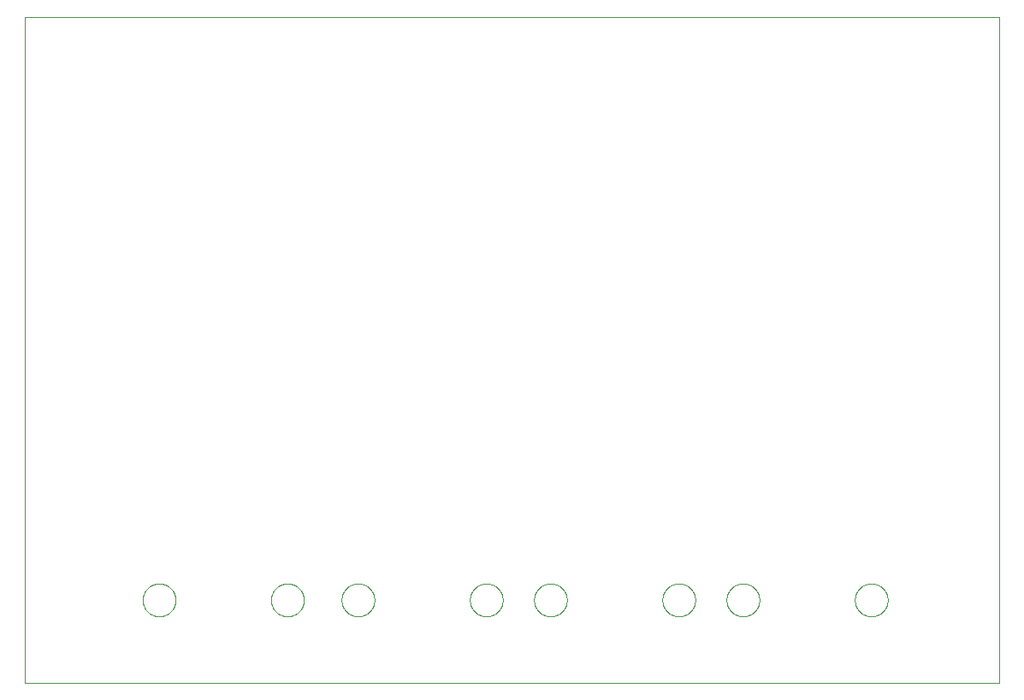
<source format=gbp>
G75*
%MOIN*%
%OFA0B0*%
%FSLAX25Y25*%
%IPPOS*%
%LPD*%
%AMOC8*
5,1,8,0,0,1.08239X$1,22.5*
%
%ADD10C,0.00000*%
D10*
X0002600Y0002600D02*
X0002600Y0262561D01*
X0382551Y0262561D01*
X0382551Y0002600D01*
X0002600Y0002600D01*
X0048700Y0035100D02*
X0048702Y0035260D01*
X0048708Y0035419D01*
X0048718Y0035578D01*
X0048732Y0035737D01*
X0048750Y0035896D01*
X0048771Y0036054D01*
X0048797Y0036211D01*
X0048827Y0036368D01*
X0048860Y0036524D01*
X0048898Y0036679D01*
X0048939Y0036833D01*
X0048984Y0036986D01*
X0049033Y0037138D01*
X0049086Y0037289D01*
X0049142Y0037438D01*
X0049203Y0037586D01*
X0049266Y0037732D01*
X0049334Y0037877D01*
X0049405Y0038020D01*
X0049479Y0038161D01*
X0049557Y0038300D01*
X0049639Y0038437D01*
X0049724Y0038572D01*
X0049812Y0038705D01*
X0049904Y0038836D01*
X0049998Y0038964D01*
X0050096Y0039090D01*
X0050197Y0039214D01*
X0050301Y0039335D01*
X0050408Y0039453D01*
X0050518Y0039569D01*
X0050631Y0039682D01*
X0050747Y0039792D01*
X0050865Y0039899D01*
X0050986Y0040003D01*
X0051110Y0040104D01*
X0051236Y0040202D01*
X0051364Y0040296D01*
X0051495Y0040388D01*
X0051628Y0040476D01*
X0051763Y0040561D01*
X0051900Y0040643D01*
X0052039Y0040721D01*
X0052180Y0040795D01*
X0052323Y0040866D01*
X0052468Y0040934D01*
X0052614Y0040997D01*
X0052762Y0041058D01*
X0052911Y0041114D01*
X0053062Y0041167D01*
X0053214Y0041216D01*
X0053367Y0041261D01*
X0053521Y0041302D01*
X0053676Y0041340D01*
X0053832Y0041373D01*
X0053989Y0041403D01*
X0054146Y0041429D01*
X0054304Y0041450D01*
X0054463Y0041468D01*
X0054622Y0041482D01*
X0054781Y0041492D01*
X0054940Y0041498D01*
X0055100Y0041500D01*
X0055260Y0041498D01*
X0055419Y0041492D01*
X0055578Y0041482D01*
X0055737Y0041468D01*
X0055896Y0041450D01*
X0056054Y0041429D01*
X0056211Y0041403D01*
X0056368Y0041373D01*
X0056524Y0041340D01*
X0056679Y0041302D01*
X0056833Y0041261D01*
X0056986Y0041216D01*
X0057138Y0041167D01*
X0057289Y0041114D01*
X0057438Y0041058D01*
X0057586Y0040997D01*
X0057732Y0040934D01*
X0057877Y0040866D01*
X0058020Y0040795D01*
X0058161Y0040721D01*
X0058300Y0040643D01*
X0058437Y0040561D01*
X0058572Y0040476D01*
X0058705Y0040388D01*
X0058836Y0040296D01*
X0058964Y0040202D01*
X0059090Y0040104D01*
X0059214Y0040003D01*
X0059335Y0039899D01*
X0059453Y0039792D01*
X0059569Y0039682D01*
X0059682Y0039569D01*
X0059792Y0039453D01*
X0059899Y0039335D01*
X0060003Y0039214D01*
X0060104Y0039090D01*
X0060202Y0038964D01*
X0060296Y0038836D01*
X0060388Y0038705D01*
X0060476Y0038572D01*
X0060561Y0038437D01*
X0060643Y0038300D01*
X0060721Y0038161D01*
X0060795Y0038020D01*
X0060866Y0037877D01*
X0060934Y0037732D01*
X0060997Y0037586D01*
X0061058Y0037438D01*
X0061114Y0037289D01*
X0061167Y0037138D01*
X0061216Y0036986D01*
X0061261Y0036833D01*
X0061302Y0036679D01*
X0061340Y0036524D01*
X0061373Y0036368D01*
X0061403Y0036211D01*
X0061429Y0036054D01*
X0061450Y0035896D01*
X0061468Y0035737D01*
X0061482Y0035578D01*
X0061492Y0035419D01*
X0061498Y0035260D01*
X0061500Y0035100D01*
X0061498Y0034940D01*
X0061492Y0034781D01*
X0061482Y0034622D01*
X0061468Y0034463D01*
X0061450Y0034304D01*
X0061429Y0034146D01*
X0061403Y0033989D01*
X0061373Y0033832D01*
X0061340Y0033676D01*
X0061302Y0033521D01*
X0061261Y0033367D01*
X0061216Y0033214D01*
X0061167Y0033062D01*
X0061114Y0032911D01*
X0061058Y0032762D01*
X0060997Y0032614D01*
X0060934Y0032468D01*
X0060866Y0032323D01*
X0060795Y0032180D01*
X0060721Y0032039D01*
X0060643Y0031900D01*
X0060561Y0031763D01*
X0060476Y0031628D01*
X0060388Y0031495D01*
X0060296Y0031364D01*
X0060202Y0031236D01*
X0060104Y0031110D01*
X0060003Y0030986D01*
X0059899Y0030865D01*
X0059792Y0030747D01*
X0059682Y0030631D01*
X0059569Y0030518D01*
X0059453Y0030408D01*
X0059335Y0030301D01*
X0059214Y0030197D01*
X0059090Y0030096D01*
X0058964Y0029998D01*
X0058836Y0029904D01*
X0058705Y0029812D01*
X0058572Y0029724D01*
X0058437Y0029639D01*
X0058300Y0029557D01*
X0058161Y0029479D01*
X0058020Y0029405D01*
X0057877Y0029334D01*
X0057732Y0029266D01*
X0057586Y0029203D01*
X0057438Y0029142D01*
X0057289Y0029086D01*
X0057138Y0029033D01*
X0056986Y0028984D01*
X0056833Y0028939D01*
X0056679Y0028898D01*
X0056524Y0028860D01*
X0056368Y0028827D01*
X0056211Y0028797D01*
X0056054Y0028771D01*
X0055896Y0028750D01*
X0055737Y0028732D01*
X0055578Y0028718D01*
X0055419Y0028708D01*
X0055260Y0028702D01*
X0055100Y0028700D01*
X0054940Y0028702D01*
X0054781Y0028708D01*
X0054622Y0028718D01*
X0054463Y0028732D01*
X0054304Y0028750D01*
X0054146Y0028771D01*
X0053989Y0028797D01*
X0053832Y0028827D01*
X0053676Y0028860D01*
X0053521Y0028898D01*
X0053367Y0028939D01*
X0053214Y0028984D01*
X0053062Y0029033D01*
X0052911Y0029086D01*
X0052762Y0029142D01*
X0052614Y0029203D01*
X0052468Y0029266D01*
X0052323Y0029334D01*
X0052180Y0029405D01*
X0052039Y0029479D01*
X0051900Y0029557D01*
X0051763Y0029639D01*
X0051628Y0029724D01*
X0051495Y0029812D01*
X0051364Y0029904D01*
X0051236Y0029998D01*
X0051110Y0030096D01*
X0050986Y0030197D01*
X0050865Y0030301D01*
X0050747Y0030408D01*
X0050631Y0030518D01*
X0050518Y0030631D01*
X0050408Y0030747D01*
X0050301Y0030865D01*
X0050197Y0030986D01*
X0050096Y0031110D01*
X0049998Y0031236D01*
X0049904Y0031364D01*
X0049812Y0031495D01*
X0049724Y0031628D01*
X0049639Y0031763D01*
X0049557Y0031900D01*
X0049479Y0032039D01*
X0049405Y0032180D01*
X0049334Y0032323D01*
X0049266Y0032468D01*
X0049203Y0032614D01*
X0049142Y0032762D01*
X0049086Y0032911D01*
X0049033Y0033062D01*
X0048984Y0033214D01*
X0048939Y0033367D01*
X0048898Y0033521D01*
X0048860Y0033676D01*
X0048827Y0033832D01*
X0048797Y0033989D01*
X0048771Y0034146D01*
X0048750Y0034304D01*
X0048732Y0034463D01*
X0048718Y0034622D01*
X0048708Y0034781D01*
X0048702Y0034940D01*
X0048700Y0035100D01*
X0098700Y0035100D02*
X0098702Y0035260D01*
X0098708Y0035419D01*
X0098718Y0035578D01*
X0098732Y0035737D01*
X0098750Y0035896D01*
X0098771Y0036054D01*
X0098797Y0036211D01*
X0098827Y0036368D01*
X0098860Y0036524D01*
X0098898Y0036679D01*
X0098939Y0036833D01*
X0098984Y0036986D01*
X0099033Y0037138D01*
X0099086Y0037289D01*
X0099142Y0037438D01*
X0099203Y0037586D01*
X0099266Y0037732D01*
X0099334Y0037877D01*
X0099405Y0038020D01*
X0099479Y0038161D01*
X0099557Y0038300D01*
X0099639Y0038437D01*
X0099724Y0038572D01*
X0099812Y0038705D01*
X0099904Y0038836D01*
X0099998Y0038964D01*
X0100096Y0039090D01*
X0100197Y0039214D01*
X0100301Y0039335D01*
X0100408Y0039453D01*
X0100518Y0039569D01*
X0100631Y0039682D01*
X0100747Y0039792D01*
X0100865Y0039899D01*
X0100986Y0040003D01*
X0101110Y0040104D01*
X0101236Y0040202D01*
X0101364Y0040296D01*
X0101495Y0040388D01*
X0101628Y0040476D01*
X0101763Y0040561D01*
X0101900Y0040643D01*
X0102039Y0040721D01*
X0102180Y0040795D01*
X0102323Y0040866D01*
X0102468Y0040934D01*
X0102614Y0040997D01*
X0102762Y0041058D01*
X0102911Y0041114D01*
X0103062Y0041167D01*
X0103214Y0041216D01*
X0103367Y0041261D01*
X0103521Y0041302D01*
X0103676Y0041340D01*
X0103832Y0041373D01*
X0103989Y0041403D01*
X0104146Y0041429D01*
X0104304Y0041450D01*
X0104463Y0041468D01*
X0104622Y0041482D01*
X0104781Y0041492D01*
X0104940Y0041498D01*
X0105100Y0041500D01*
X0105260Y0041498D01*
X0105419Y0041492D01*
X0105578Y0041482D01*
X0105737Y0041468D01*
X0105896Y0041450D01*
X0106054Y0041429D01*
X0106211Y0041403D01*
X0106368Y0041373D01*
X0106524Y0041340D01*
X0106679Y0041302D01*
X0106833Y0041261D01*
X0106986Y0041216D01*
X0107138Y0041167D01*
X0107289Y0041114D01*
X0107438Y0041058D01*
X0107586Y0040997D01*
X0107732Y0040934D01*
X0107877Y0040866D01*
X0108020Y0040795D01*
X0108161Y0040721D01*
X0108300Y0040643D01*
X0108437Y0040561D01*
X0108572Y0040476D01*
X0108705Y0040388D01*
X0108836Y0040296D01*
X0108964Y0040202D01*
X0109090Y0040104D01*
X0109214Y0040003D01*
X0109335Y0039899D01*
X0109453Y0039792D01*
X0109569Y0039682D01*
X0109682Y0039569D01*
X0109792Y0039453D01*
X0109899Y0039335D01*
X0110003Y0039214D01*
X0110104Y0039090D01*
X0110202Y0038964D01*
X0110296Y0038836D01*
X0110388Y0038705D01*
X0110476Y0038572D01*
X0110561Y0038437D01*
X0110643Y0038300D01*
X0110721Y0038161D01*
X0110795Y0038020D01*
X0110866Y0037877D01*
X0110934Y0037732D01*
X0110997Y0037586D01*
X0111058Y0037438D01*
X0111114Y0037289D01*
X0111167Y0037138D01*
X0111216Y0036986D01*
X0111261Y0036833D01*
X0111302Y0036679D01*
X0111340Y0036524D01*
X0111373Y0036368D01*
X0111403Y0036211D01*
X0111429Y0036054D01*
X0111450Y0035896D01*
X0111468Y0035737D01*
X0111482Y0035578D01*
X0111492Y0035419D01*
X0111498Y0035260D01*
X0111500Y0035100D01*
X0111498Y0034940D01*
X0111492Y0034781D01*
X0111482Y0034622D01*
X0111468Y0034463D01*
X0111450Y0034304D01*
X0111429Y0034146D01*
X0111403Y0033989D01*
X0111373Y0033832D01*
X0111340Y0033676D01*
X0111302Y0033521D01*
X0111261Y0033367D01*
X0111216Y0033214D01*
X0111167Y0033062D01*
X0111114Y0032911D01*
X0111058Y0032762D01*
X0110997Y0032614D01*
X0110934Y0032468D01*
X0110866Y0032323D01*
X0110795Y0032180D01*
X0110721Y0032039D01*
X0110643Y0031900D01*
X0110561Y0031763D01*
X0110476Y0031628D01*
X0110388Y0031495D01*
X0110296Y0031364D01*
X0110202Y0031236D01*
X0110104Y0031110D01*
X0110003Y0030986D01*
X0109899Y0030865D01*
X0109792Y0030747D01*
X0109682Y0030631D01*
X0109569Y0030518D01*
X0109453Y0030408D01*
X0109335Y0030301D01*
X0109214Y0030197D01*
X0109090Y0030096D01*
X0108964Y0029998D01*
X0108836Y0029904D01*
X0108705Y0029812D01*
X0108572Y0029724D01*
X0108437Y0029639D01*
X0108300Y0029557D01*
X0108161Y0029479D01*
X0108020Y0029405D01*
X0107877Y0029334D01*
X0107732Y0029266D01*
X0107586Y0029203D01*
X0107438Y0029142D01*
X0107289Y0029086D01*
X0107138Y0029033D01*
X0106986Y0028984D01*
X0106833Y0028939D01*
X0106679Y0028898D01*
X0106524Y0028860D01*
X0106368Y0028827D01*
X0106211Y0028797D01*
X0106054Y0028771D01*
X0105896Y0028750D01*
X0105737Y0028732D01*
X0105578Y0028718D01*
X0105419Y0028708D01*
X0105260Y0028702D01*
X0105100Y0028700D01*
X0104940Y0028702D01*
X0104781Y0028708D01*
X0104622Y0028718D01*
X0104463Y0028732D01*
X0104304Y0028750D01*
X0104146Y0028771D01*
X0103989Y0028797D01*
X0103832Y0028827D01*
X0103676Y0028860D01*
X0103521Y0028898D01*
X0103367Y0028939D01*
X0103214Y0028984D01*
X0103062Y0029033D01*
X0102911Y0029086D01*
X0102762Y0029142D01*
X0102614Y0029203D01*
X0102468Y0029266D01*
X0102323Y0029334D01*
X0102180Y0029405D01*
X0102039Y0029479D01*
X0101900Y0029557D01*
X0101763Y0029639D01*
X0101628Y0029724D01*
X0101495Y0029812D01*
X0101364Y0029904D01*
X0101236Y0029998D01*
X0101110Y0030096D01*
X0100986Y0030197D01*
X0100865Y0030301D01*
X0100747Y0030408D01*
X0100631Y0030518D01*
X0100518Y0030631D01*
X0100408Y0030747D01*
X0100301Y0030865D01*
X0100197Y0030986D01*
X0100096Y0031110D01*
X0099998Y0031236D01*
X0099904Y0031364D01*
X0099812Y0031495D01*
X0099724Y0031628D01*
X0099639Y0031763D01*
X0099557Y0031900D01*
X0099479Y0032039D01*
X0099405Y0032180D01*
X0099334Y0032323D01*
X0099266Y0032468D01*
X0099203Y0032614D01*
X0099142Y0032762D01*
X0099086Y0032911D01*
X0099033Y0033062D01*
X0098984Y0033214D01*
X0098939Y0033367D01*
X0098898Y0033521D01*
X0098860Y0033676D01*
X0098827Y0033832D01*
X0098797Y0033989D01*
X0098771Y0034146D01*
X0098750Y0034304D01*
X0098732Y0034463D01*
X0098718Y0034622D01*
X0098708Y0034781D01*
X0098702Y0034940D01*
X0098700Y0035100D01*
X0126200Y0035100D02*
X0126202Y0035260D01*
X0126208Y0035419D01*
X0126218Y0035578D01*
X0126232Y0035737D01*
X0126250Y0035896D01*
X0126271Y0036054D01*
X0126297Y0036211D01*
X0126327Y0036368D01*
X0126360Y0036524D01*
X0126398Y0036679D01*
X0126439Y0036833D01*
X0126484Y0036986D01*
X0126533Y0037138D01*
X0126586Y0037289D01*
X0126642Y0037438D01*
X0126703Y0037586D01*
X0126766Y0037732D01*
X0126834Y0037877D01*
X0126905Y0038020D01*
X0126979Y0038161D01*
X0127057Y0038300D01*
X0127139Y0038437D01*
X0127224Y0038572D01*
X0127312Y0038705D01*
X0127404Y0038836D01*
X0127498Y0038964D01*
X0127596Y0039090D01*
X0127697Y0039214D01*
X0127801Y0039335D01*
X0127908Y0039453D01*
X0128018Y0039569D01*
X0128131Y0039682D01*
X0128247Y0039792D01*
X0128365Y0039899D01*
X0128486Y0040003D01*
X0128610Y0040104D01*
X0128736Y0040202D01*
X0128864Y0040296D01*
X0128995Y0040388D01*
X0129128Y0040476D01*
X0129263Y0040561D01*
X0129400Y0040643D01*
X0129539Y0040721D01*
X0129680Y0040795D01*
X0129823Y0040866D01*
X0129968Y0040934D01*
X0130114Y0040997D01*
X0130262Y0041058D01*
X0130411Y0041114D01*
X0130562Y0041167D01*
X0130714Y0041216D01*
X0130867Y0041261D01*
X0131021Y0041302D01*
X0131176Y0041340D01*
X0131332Y0041373D01*
X0131489Y0041403D01*
X0131646Y0041429D01*
X0131804Y0041450D01*
X0131963Y0041468D01*
X0132122Y0041482D01*
X0132281Y0041492D01*
X0132440Y0041498D01*
X0132600Y0041500D01*
X0132760Y0041498D01*
X0132919Y0041492D01*
X0133078Y0041482D01*
X0133237Y0041468D01*
X0133396Y0041450D01*
X0133554Y0041429D01*
X0133711Y0041403D01*
X0133868Y0041373D01*
X0134024Y0041340D01*
X0134179Y0041302D01*
X0134333Y0041261D01*
X0134486Y0041216D01*
X0134638Y0041167D01*
X0134789Y0041114D01*
X0134938Y0041058D01*
X0135086Y0040997D01*
X0135232Y0040934D01*
X0135377Y0040866D01*
X0135520Y0040795D01*
X0135661Y0040721D01*
X0135800Y0040643D01*
X0135937Y0040561D01*
X0136072Y0040476D01*
X0136205Y0040388D01*
X0136336Y0040296D01*
X0136464Y0040202D01*
X0136590Y0040104D01*
X0136714Y0040003D01*
X0136835Y0039899D01*
X0136953Y0039792D01*
X0137069Y0039682D01*
X0137182Y0039569D01*
X0137292Y0039453D01*
X0137399Y0039335D01*
X0137503Y0039214D01*
X0137604Y0039090D01*
X0137702Y0038964D01*
X0137796Y0038836D01*
X0137888Y0038705D01*
X0137976Y0038572D01*
X0138061Y0038437D01*
X0138143Y0038300D01*
X0138221Y0038161D01*
X0138295Y0038020D01*
X0138366Y0037877D01*
X0138434Y0037732D01*
X0138497Y0037586D01*
X0138558Y0037438D01*
X0138614Y0037289D01*
X0138667Y0037138D01*
X0138716Y0036986D01*
X0138761Y0036833D01*
X0138802Y0036679D01*
X0138840Y0036524D01*
X0138873Y0036368D01*
X0138903Y0036211D01*
X0138929Y0036054D01*
X0138950Y0035896D01*
X0138968Y0035737D01*
X0138982Y0035578D01*
X0138992Y0035419D01*
X0138998Y0035260D01*
X0139000Y0035100D01*
X0138998Y0034940D01*
X0138992Y0034781D01*
X0138982Y0034622D01*
X0138968Y0034463D01*
X0138950Y0034304D01*
X0138929Y0034146D01*
X0138903Y0033989D01*
X0138873Y0033832D01*
X0138840Y0033676D01*
X0138802Y0033521D01*
X0138761Y0033367D01*
X0138716Y0033214D01*
X0138667Y0033062D01*
X0138614Y0032911D01*
X0138558Y0032762D01*
X0138497Y0032614D01*
X0138434Y0032468D01*
X0138366Y0032323D01*
X0138295Y0032180D01*
X0138221Y0032039D01*
X0138143Y0031900D01*
X0138061Y0031763D01*
X0137976Y0031628D01*
X0137888Y0031495D01*
X0137796Y0031364D01*
X0137702Y0031236D01*
X0137604Y0031110D01*
X0137503Y0030986D01*
X0137399Y0030865D01*
X0137292Y0030747D01*
X0137182Y0030631D01*
X0137069Y0030518D01*
X0136953Y0030408D01*
X0136835Y0030301D01*
X0136714Y0030197D01*
X0136590Y0030096D01*
X0136464Y0029998D01*
X0136336Y0029904D01*
X0136205Y0029812D01*
X0136072Y0029724D01*
X0135937Y0029639D01*
X0135800Y0029557D01*
X0135661Y0029479D01*
X0135520Y0029405D01*
X0135377Y0029334D01*
X0135232Y0029266D01*
X0135086Y0029203D01*
X0134938Y0029142D01*
X0134789Y0029086D01*
X0134638Y0029033D01*
X0134486Y0028984D01*
X0134333Y0028939D01*
X0134179Y0028898D01*
X0134024Y0028860D01*
X0133868Y0028827D01*
X0133711Y0028797D01*
X0133554Y0028771D01*
X0133396Y0028750D01*
X0133237Y0028732D01*
X0133078Y0028718D01*
X0132919Y0028708D01*
X0132760Y0028702D01*
X0132600Y0028700D01*
X0132440Y0028702D01*
X0132281Y0028708D01*
X0132122Y0028718D01*
X0131963Y0028732D01*
X0131804Y0028750D01*
X0131646Y0028771D01*
X0131489Y0028797D01*
X0131332Y0028827D01*
X0131176Y0028860D01*
X0131021Y0028898D01*
X0130867Y0028939D01*
X0130714Y0028984D01*
X0130562Y0029033D01*
X0130411Y0029086D01*
X0130262Y0029142D01*
X0130114Y0029203D01*
X0129968Y0029266D01*
X0129823Y0029334D01*
X0129680Y0029405D01*
X0129539Y0029479D01*
X0129400Y0029557D01*
X0129263Y0029639D01*
X0129128Y0029724D01*
X0128995Y0029812D01*
X0128864Y0029904D01*
X0128736Y0029998D01*
X0128610Y0030096D01*
X0128486Y0030197D01*
X0128365Y0030301D01*
X0128247Y0030408D01*
X0128131Y0030518D01*
X0128018Y0030631D01*
X0127908Y0030747D01*
X0127801Y0030865D01*
X0127697Y0030986D01*
X0127596Y0031110D01*
X0127498Y0031236D01*
X0127404Y0031364D01*
X0127312Y0031495D01*
X0127224Y0031628D01*
X0127139Y0031763D01*
X0127057Y0031900D01*
X0126979Y0032039D01*
X0126905Y0032180D01*
X0126834Y0032323D01*
X0126766Y0032468D01*
X0126703Y0032614D01*
X0126642Y0032762D01*
X0126586Y0032911D01*
X0126533Y0033062D01*
X0126484Y0033214D01*
X0126439Y0033367D01*
X0126398Y0033521D01*
X0126360Y0033676D01*
X0126327Y0033832D01*
X0126297Y0033989D01*
X0126271Y0034146D01*
X0126250Y0034304D01*
X0126232Y0034463D01*
X0126218Y0034622D01*
X0126208Y0034781D01*
X0126202Y0034940D01*
X0126200Y0035100D01*
X0176200Y0035100D02*
X0176202Y0035260D01*
X0176208Y0035419D01*
X0176218Y0035578D01*
X0176232Y0035737D01*
X0176250Y0035896D01*
X0176271Y0036054D01*
X0176297Y0036211D01*
X0176327Y0036368D01*
X0176360Y0036524D01*
X0176398Y0036679D01*
X0176439Y0036833D01*
X0176484Y0036986D01*
X0176533Y0037138D01*
X0176586Y0037289D01*
X0176642Y0037438D01*
X0176703Y0037586D01*
X0176766Y0037732D01*
X0176834Y0037877D01*
X0176905Y0038020D01*
X0176979Y0038161D01*
X0177057Y0038300D01*
X0177139Y0038437D01*
X0177224Y0038572D01*
X0177312Y0038705D01*
X0177404Y0038836D01*
X0177498Y0038964D01*
X0177596Y0039090D01*
X0177697Y0039214D01*
X0177801Y0039335D01*
X0177908Y0039453D01*
X0178018Y0039569D01*
X0178131Y0039682D01*
X0178247Y0039792D01*
X0178365Y0039899D01*
X0178486Y0040003D01*
X0178610Y0040104D01*
X0178736Y0040202D01*
X0178864Y0040296D01*
X0178995Y0040388D01*
X0179128Y0040476D01*
X0179263Y0040561D01*
X0179400Y0040643D01*
X0179539Y0040721D01*
X0179680Y0040795D01*
X0179823Y0040866D01*
X0179968Y0040934D01*
X0180114Y0040997D01*
X0180262Y0041058D01*
X0180411Y0041114D01*
X0180562Y0041167D01*
X0180714Y0041216D01*
X0180867Y0041261D01*
X0181021Y0041302D01*
X0181176Y0041340D01*
X0181332Y0041373D01*
X0181489Y0041403D01*
X0181646Y0041429D01*
X0181804Y0041450D01*
X0181963Y0041468D01*
X0182122Y0041482D01*
X0182281Y0041492D01*
X0182440Y0041498D01*
X0182600Y0041500D01*
X0182760Y0041498D01*
X0182919Y0041492D01*
X0183078Y0041482D01*
X0183237Y0041468D01*
X0183396Y0041450D01*
X0183554Y0041429D01*
X0183711Y0041403D01*
X0183868Y0041373D01*
X0184024Y0041340D01*
X0184179Y0041302D01*
X0184333Y0041261D01*
X0184486Y0041216D01*
X0184638Y0041167D01*
X0184789Y0041114D01*
X0184938Y0041058D01*
X0185086Y0040997D01*
X0185232Y0040934D01*
X0185377Y0040866D01*
X0185520Y0040795D01*
X0185661Y0040721D01*
X0185800Y0040643D01*
X0185937Y0040561D01*
X0186072Y0040476D01*
X0186205Y0040388D01*
X0186336Y0040296D01*
X0186464Y0040202D01*
X0186590Y0040104D01*
X0186714Y0040003D01*
X0186835Y0039899D01*
X0186953Y0039792D01*
X0187069Y0039682D01*
X0187182Y0039569D01*
X0187292Y0039453D01*
X0187399Y0039335D01*
X0187503Y0039214D01*
X0187604Y0039090D01*
X0187702Y0038964D01*
X0187796Y0038836D01*
X0187888Y0038705D01*
X0187976Y0038572D01*
X0188061Y0038437D01*
X0188143Y0038300D01*
X0188221Y0038161D01*
X0188295Y0038020D01*
X0188366Y0037877D01*
X0188434Y0037732D01*
X0188497Y0037586D01*
X0188558Y0037438D01*
X0188614Y0037289D01*
X0188667Y0037138D01*
X0188716Y0036986D01*
X0188761Y0036833D01*
X0188802Y0036679D01*
X0188840Y0036524D01*
X0188873Y0036368D01*
X0188903Y0036211D01*
X0188929Y0036054D01*
X0188950Y0035896D01*
X0188968Y0035737D01*
X0188982Y0035578D01*
X0188992Y0035419D01*
X0188998Y0035260D01*
X0189000Y0035100D01*
X0188998Y0034940D01*
X0188992Y0034781D01*
X0188982Y0034622D01*
X0188968Y0034463D01*
X0188950Y0034304D01*
X0188929Y0034146D01*
X0188903Y0033989D01*
X0188873Y0033832D01*
X0188840Y0033676D01*
X0188802Y0033521D01*
X0188761Y0033367D01*
X0188716Y0033214D01*
X0188667Y0033062D01*
X0188614Y0032911D01*
X0188558Y0032762D01*
X0188497Y0032614D01*
X0188434Y0032468D01*
X0188366Y0032323D01*
X0188295Y0032180D01*
X0188221Y0032039D01*
X0188143Y0031900D01*
X0188061Y0031763D01*
X0187976Y0031628D01*
X0187888Y0031495D01*
X0187796Y0031364D01*
X0187702Y0031236D01*
X0187604Y0031110D01*
X0187503Y0030986D01*
X0187399Y0030865D01*
X0187292Y0030747D01*
X0187182Y0030631D01*
X0187069Y0030518D01*
X0186953Y0030408D01*
X0186835Y0030301D01*
X0186714Y0030197D01*
X0186590Y0030096D01*
X0186464Y0029998D01*
X0186336Y0029904D01*
X0186205Y0029812D01*
X0186072Y0029724D01*
X0185937Y0029639D01*
X0185800Y0029557D01*
X0185661Y0029479D01*
X0185520Y0029405D01*
X0185377Y0029334D01*
X0185232Y0029266D01*
X0185086Y0029203D01*
X0184938Y0029142D01*
X0184789Y0029086D01*
X0184638Y0029033D01*
X0184486Y0028984D01*
X0184333Y0028939D01*
X0184179Y0028898D01*
X0184024Y0028860D01*
X0183868Y0028827D01*
X0183711Y0028797D01*
X0183554Y0028771D01*
X0183396Y0028750D01*
X0183237Y0028732D01*
X0183078Y0028718D01*
X0182919Y0028708D01*
X0182760Y0028702D01*
X0182600Y0028700D01*
X0182440Y0028702D01*
X0182281Y0028708D01*
X0182122Y0028718D01*
X0181963Y0028732D01*
X0181804Y0028750D01*
X0181646Y0028771D01*
X0181489Y0028797D01*
X0181332Y0028827D01*
X0181176Y0028860D01*
X0181021Y0028898D01*
X0180867Y0028939D01*
X0180714Y0028984D01*
X0180562Y0029033D01*
X0180411Y0029086D01*
X0180262Y0029142D01*
X0180114Y0029203D01*
X0179968Y0029266D01*
X0179823Y0029334D01*
X0179680Y0029405D01*
X0179539Y0029479D01*
X0179400Y0029557D01*
X0179263Y0029639D01*
X0179128Y0029724D01*
X0178995Y0029812D01*
X0178864Y0029904D01*
X0178736Y0029998D01*
X0178610Y0030096D01*
X0178486Y0030197D01*
X0178365Y0030301D01*
X0178247Y0030408D01*
X0178131Y0030518D01*
X0178018Y0030631D01*
X0177908Y0030747D01*
X0177801Y0030865D01*
X0177697Y0030986D01*
X0177596Y0031110D01*
X0177498Y0031236D01*
X0177404Y0031364D01*
X0177312Y0031495D01*
X0177224Y0031628D01*
X0177139Y0031763D01*
X0177057Y0031900D01*
X0176979Y0032039D01*
X0176905Y0032180D01*
X0176834Y0032323D01*
X0176766Y0032468D01*
X0176703Y0032614D01*
X0176642Y0032762D01*
X0176586Y0032911D01*
X0176533Y0033062D01*
X0176484Y0033214D01*
X0176439Y0033367D01*
X0176398Y0033521D01*
X0176360Y0033676D01*
X0176327Y0033832D01*
X0176297Y0033989D01*
X0176271Y0034146D01*
X0176250Y0034304D01*
X0176232Y0034463D01*
X0176218Y0034622D01*
X0176208Y0034781D01*
X0176202Y0034940D01*
X0176200Y0035100D01*
X0201200Y0035100D02*
X0201202Y0035260D01*
X0201208Y0035419D01*
X0201218Y0035578D01*
X0201232Y0035737D01*
X0201250Y0035896D01*
X0201271Y0036054D01*
X0201297Y0036211D01*
X0201327Y0036368D01*
X0201360Y0036524D01*
X0201398Y0036679D01*
X0201439Y0036833D01*
X0201484Y0036986D01*
X0201533Y0037138D01*
X0201586Y0037289D01*
X0201642Y0037438D01*
X0201703Y0037586D01*
X0201766Y0037732D01*
X0201834Y0037877D01*
X0201905Y0038020D01*
X0201979Y0038161D01*
X0202057Y0038300D01*
X0202139Y0038437D01*
X0202224Y0038572D01*
X0202312Y0038705D01*
X0202404Y0038836D01*
X0202498Y0038964D01*
X0202596Y0039090D01*
X0202697Y0039214D01*
X0202801Y0039335D01*
X0202908Y0039453D01*
X0203018Y0039569D01*
X0203131Y0039682D01*
X0203247Y0039792D01*
X0203365Y0039899D01*
X0203486Y0040003D01*
X0203610Y0040104D01*
X0203736Y0040202D01*
X0203864Y0040296D01*
X0203995Y0040388D01*
X0204128Y0040476D01*
X0204263Y0040561D01*
X0204400Y0040643D01*
X0204539Y0040721D01*
X0204680Y0040795D01*
X0204823Y0040866D01*
X0204968Y0040934D01*
X0205114Y0040997D01*
X0205262Y0041058D01*
X0205411Y0041114D01*
X0205562Y0041167D01*
X0205714Y0041216D01*
X0205867Y0041261D01*
X0206021Y0041302D01*
X0206176Y0041340D01*
X0206332Y0041373D01*
X0206489Y0041403D01*
X0206646Y0041429D01*
X0206804Y0041450D01*
X0206963Y0041468D01*
X0207122Y0041482D01*
X0207281Y0041492D01*
X0207440Y0041498D01*
X0207600Y0041500D01*
X0207760Y0041498D01*
X0207919Y0041492D01*
X0208078Y0041482D01*
X0208237Y0041468D01*
X0208396Y0041450D01*
X0208554Y0041429D01*
X0208711Y0041403D01*
X0208868Y0041373D01*
X0209024Y0041340D01*
X0209179Y0041302D01*
X0209333Y0041261D01*
X0209486Y0041216D01*
X0209638Y0041167D01*
X0209789Y0041114D01*
X0209938Y0041058D01*
X0210086Y0040997D01*
X0210232Y0040934D01*
X0210377Y0040866D01*
X0210520Y0040795D01*
X0210661Y0040721D01*
X0210800Y0040643D01*
X0210937Y0040561D01*
X0211072Y0040476D01*
X0211205Y0040388D01*
X0211336Y0040296D01*
X0211464Y0040202D01*
X0211590Y0040104D01*
X0211714Y0040003D01*
X0211835Y0039899D01*
X0211953Y0039792D01*
X0212069Y0039682D01*
X0212182Y0039569D01*
X0212292Y0039453D01*
X0212399Y0039335D01*
X0212503Y0039214D01*
X0212604Y0039090D01*
X0212702Y0038964D01*
X0212796Y0038836D01*
X0212888Y0038705D01*
X0212976Y0038572D01*
X0213061Y0038437D01*
X0213143Y0038300D01*
X0213221Y0038161D01*
X0213295Y0038020D01*
X0213366Y0037877D01*
X0213434Y0037732D01*
X0213497Y0037586D01*
X0213558Y0037438D01*
X0213614Y0037289D01*
X0213667Y0037138D01*
X0213716Y0036986D01*
X0213761Y0036833D01*
X0213802Y0036679D01*
X0213840Y0036524D01*
X0213873Y0036368D01*
X0213903Y0036211D01*
X0213929Y0036054D01*
X0213950Y0035896D01*
X0213968Y0035737D01*
X0213982Y0035578D01*
X0213992Y0035419D01*
X0213998Y0035260D01*
X0214000Y0035100D01*
X0213998Y0034940D01*
X0213992Y0034781D01*
X0213982Y0034622D01*
X0213968Y0034463D01*
X0213950Y0034304D01*
X0213929Y0034146D01*
X0213903Y0033989D01*
X0213873Y0033832D01*
X0213840Y0033676D01*
X0213802Y0033521D01*
X0213761Y0033367D01*
X0213716Y0033214D01*
X0213667Y0033062D01*
X0213614Y0032911D01*
X0213558Y0032762D01*
X0213497Y0032614D01*
X0213434Y0032468D01*
X0213366Y0032323D01*
X0213295Y0032180D01*
X0213221Y0032039D01*
X0213143Y0031900D01*
X0213061Y0031763D01*
X0212976Y0031628D01*
X0212888Y0031495D01*
X0212796Y0031364D01*
X0212702Y0031236D01*
X0212604Y0031110D01*
X0212503Y0030986D01*
X0212399Y0030865D01*
X0212292Y0030747D01*
X0212182Y0030631D01*
X0212069Y0030518D01*
X0211953Y0030408D01*
X0211835Y0030301D01*
X0211714Y0030197D01*
X0211590Y0030096D01*
X0211464Y0029998D01*
X0211336Y0029904D01*
X0211205Y0029812D01*
X0211072Y0029724D01*
X0210937Y0029639D01*
X0210800Y0029557D01*
X0210661Y0029479D01*
X0210520Y0029405D01*
X0210377Y0029334D01*
X0210232Y0029266D01*
X0210086Y0029203D01*
X0209938Y0029142D01*
X0209789Y0029086D01*
X0209638Y0029033D01*
X0209486Y0028984D01*
X0209333Y0028939D01*
X0209179Y0028898D01*
X0209024Y0028860D01*
X0208868Y0028827D01*
X0208711Y0028797D01*
X0208554Y0028771D01*
X0208396Y0028750D01*
X0208237Y0028732D01*
X0208078Y0028718D01*
X0207919Y0028708D01*
X0207760Y0028702D01*
X0207600Y0028700D01*
X0207440Y0028702D01*
X0207281Y0028708D01*
X0207122Y0028718D01*
X0206963Y0028732D01*
X0206804Y0028750D01*
X0206646Y0028771D01*
X0206489Y0028797D01*
X0206332Y0028827D01*
X0206176Y0028860D01*
X0206021Y0028898D01*
X0205867Y0028939D01*
X0205714Y0028984D01*
X0205562Y0029033D01*
X0205411Y0029086D01*
X0205262Y0029142D01*
X0205114Y0029203D01*
X0204968Y0029266D01*
X0204823Y0029334D01*
X0204680Y0029405D01*
X0204539Y0029479D01*
X0204400Y0029557D01*
X0204263Y0029639D01*
X0204128Y0029724D01*
X0203995Y0029812D01*
X0203864Y0029904D01*
X0203736Y0029998D01*
X0203610Y0030096D01*
X0203486Y0030197D01*
X0203365Y0030301D01*
X0203247Y0030408D01*
X0203131Y0030518D01*
X0203018Y0030631D01*
X0202908Y0030747D01*
X0202801Y0030865D01*
X0202697Y0030986D01*
X0202596Y0031110D01*
X0202498Y0031236D01*
X0202404Y0031364D01*
X0202312Y0031495D01*
X0202224Y0031628D01*
X0202139Y0031763D01*
X0202057Y0031900D01*
X0201979Y0032039D01*
X0201905Y0032180D01*
X0201834Y0032323D01*
X0201766Y0032468D01*
X0201703Y0032614D01*
X0201642Y0032762D01*
X0201586Y0032911D01*
X0201533Y0033062D01*
X0201484Y0033214D01*
X0201439Y0033367D01*
X0201398Y0033521D01*
X0201360Y0033676D01*
X0201327Y0033832D01*
X0201297Y0033989D01*
X0201271Y0034146D01*
X0201250Y0034304D01*
X0201232Y0034463D01*
X0201218Y0034622D01*
X0201208Y0034781D01*
X0201202Y0034940D01*
X0201200Y0035100D01*
X0251200Y0035100D02*
X0251202Y0035260D01*
X0251208Y0035419D01*
X0251218Y0035578D01*
X0251232Y0035737D01*
X0251250Y0035896D01*
X0251271Y0036054D01*
X0251297Y0036211D01*
X0251327Y0036368D01*
X0251360Y0036524D01*
X0251398Y0036679D01*
X0251439Y0036833D01*
X0251484Y0036986D01*
X0251533Y0037138D01*
X0251586Y0037289D01*
X0251642Y0037438D01*
X0251703Y0037586D01*
X0251766Y0037732D01*
X0251834Y0037877D01*
X0251905Y0038020D01*
X0251979Y0038161D01*
X0252057Y0038300D01*
X0252139Y0038437D01*
X0252224Y0038572D01*
X0252312Y0038705D01*
X0252404Y0038836D01*
X0252498Y0038964D01*
X0252596Y0039090D01*
X0252697Y0039214D01*
X0252801Y0039335D01*
X0252908Y0039453D01*
X0253018Y0039569D01*
X0253131Y0039682D01*
X0253247Y0039792D01*
X0253365Y0039899D01*
X0253486Y0040003D01*
X0253610Y0040104D01*
X0253736Y0040202D01*
X0253864Y0040296D01*
X0253995Y0040388D01*
X0254128Y0040476D01*
X0254263Y0040561D01*
X0254400Y0040643D01*
X0254539Y0040721D01*
X0254680Y0040795D01*
X0254823Y0040866D01*
X0254968Y0040934D01*
X0255114Y0040997D01*
X0255262Y0041058D01*
X0255411Y0041114D01*
X0255562Y0041167D01*
X0255714Y0041216D01*
X0255867Y0041261D01*
X0256021Y0041302D01*
X0256176Y0041340D01*
X0256332Y0041373D01*
X0256489Y0041403D01*
X0256646Y0041429D01*
X0256804Y0041450D01*
X0256963Y0041468D01*
X0257122Y0041482D01*
X0257281Y0041492D01*
X0257440Y0041498D01*
X0257600Y0041500D01*
X0257760Y0041498D01*
X0257919Y0041492D01*
X0258078Y0041482D01*
X0258237Y0041468D01*
X0258396Y0041450D01*
X0258554Y0041429D01*
X0258711Y0041403D01*
X0258868Y0041373D01*
X0259024Y0041340D01*
X0259179Y0041302D01*
X0259333Y0041261D01*
X0259486Y0041216D01*
X0259638Y0041167D01*
X0259789Y0041114D01*
X0259938Y0041058D01*
X0260086Y0040997D01*
X0260232Y0040934D01*
X0260377Y0040866D01*
X0260520Y0040795D01*
X0260661Y0040721D01*
X0260800Y0040643D01*
X0260937Y0040561D01*
X0261072Y0040476D01*
X0261205Y0040388D01*
X0261336Y0040296D01*
X0261464Y0040202D01*
X0261590Y0040104D01*
X0261714Y0040003D01*
X0261835Y0039899D01*
X0261953Y0039792D01*
X0262069Y0039682D01*
X0262182Y0039569D01*
X0262292Y0039453D01*
X0262399Y0039335D01*
X0262503Y0039214D01*
X0262604Y0039090D01*
X0262702Y0038964D01*
X0262796Y0038836D01*
X0262888Y0038705D01*
X0262976Y0038572D01*
X0263061Y0038437D01*
X0263143Y0038300D01*
X0263221Y0038161D01*
X0263295Y0038020D01*
X0263366Y0037877D01*
X0263434Y0037732D01*
X0263497Y0037586D01*
X0263558Y0037438D01*
X0263614Y0037289D01*
X0263667Y0037138D01*
X0263716Y0036986D01*
X0263761Y0036833D01*
X0263802Y0036679D01*
X0263840Y0036524D01*
X0263873Y0036368D01*
X0263903Y0036211D01*
X0263929Y0036054D01*
X0263950Y0035896D01*
X0263968Y0035737D01*
X0263982Y0035578D01*
X0263992Y0035419D01*
X0263998Y0035260D01*
X0264000Y0035100D01*
X0263998Y0034940D01*
X0263992Y0034781D01*
X0263982Y0034622D01*
X0263968Y0034463D01*
X0263950Y0034304D01*
X0263929Y0034146D01*
X0263903Y0033989D01*
X0263873Y0033832D01*
X0263840Y0033676D01*
X0263802Y0033521D01*
X0263761Y0033367D01*
X0263716Y0033214D01*
X0263667Y0033062D01*
X0263614Y0032911D01*
X0263558Y0032762D01*
X0263497Y0032614D01*
X0263434Y0032468D01*
X0263366Y0032323D01*
X0263295Y0032180D01*
X0263221Y0032039D01*
X0263143Y0031900D01*
X0263061Y0031763D01*
X0262976Y0031628D01*
X0262888Y0031495D01*
X0262796Y0031364D01*
X0262702Y0031236D01*
X0262604Y0031110D01*
X0262503Y0030986D01*
X0262399Y0030865D01*
X0262292Y0030747D01*
X0262182Y0030631D01*
X0262069Y0030518D01*
X0261953Y0030408D01*
X0261835Y0030301D01*
X0261714Y0030197D01*
X0261590Y0030096D01*
X0261464Y0029998D01*
X0261336Y0029904D01*
X0261205Y0029812D01*
X0261072Y0029724D01*
X0260937Y0029639D01*
X0260800Y0029557D01*
X0260661Y0029479D01*
X0260520Y0029405D01*
X0260377Y0029334D01*
X0260232Y0029266D01*
X0260086Y0029203D01*
X0259938Y0029142D01*
X0259789Y0029086D01*
X0259638Y0029033D01*
X0259486Y0028984D01*
X0259333Y0028939D01*
X0259179Y0028898D01*
X0259024Y0028860D01*
X0258868Y0028827D01*
X0258711Y0028797D01*
X0258554Y0028771D01*
X0258396Y0028750D01*
X0258237Y0028732D01*
X0258078Y0028718D01*
X0257919Y0028708D01*
X0257760Y0028702D01*
X0257600Y0028700D01*
X0257440Y0028702D01*
X0257281Y0028708D01*
X0257122Y0028718D01*
X0256963Y0028732D01*
X0256804Y0028750D01*
X0256646Y0028771D01*
X0256489Y0028797D01*
X0256332Y0028827D01*
X0256176Y0028860D01*
X0256021Y0028898D01*
X0255867Y0028939D01*
X0255714Y0028984D01*
X0255562Y0029033D01*
X0255411Y0029086D01*
X0255262Y0029142D01*
X0255114Y0029203D01*
X0254968Y0029266D01*
X0254823Y0029334D01*
X0254680Y0029405D01*
X0254539Y0029479D01*
X0254400Y0029557D01*
X0254263Y0029639D01*
X0254128Y0029724D01*
X0253995Y0029812D01*
X0253864Y0029904D01*
X0253736Y0029998D01*
X0253610Y0030096D01*
X0253486Y0030197D01*
X0253365Y0030301D01*
X0253247Y0030408D01*
X0253131Y0030518D01*
X0253018Y0030631D01*
X0252908Y0030747D01*
X0252801Y0030865D01*
X0252697Y0030986D01*
X0252596Y0031110D01*
X0252498Y0031236D01*
X0252404Y0031364D01*
X0252312Y0031495D01*
X0252224Y0031628D01*
X0252139Y0031763D01*
X0252057Y0031900D01*
X0251979Y0032039D01*
X0251905Y0032180D01*
X0251834Y0032323D01*
X0251766Y0032468D01*
X0251703Y0032614D01*
X0251642Y0032762D01*
X0251586Y0032911D01*
X0251533Y0033062D01*
X0251484Y0033214D01*
X0251439Y0033367D01*
X0251398Y0033521D01*
X0251360Y0033676D01*
X0251327Y0033832D01*
X0251297Y0033989D01*
X0251271Y0034146D01*
X0251250Y0034304D01*
X0251232Y0034463D01*
X0251218Y0034622D01*
X0251208Y0034781D01*
X0251202Y0034940D01*
X0251200Y0035100D01*
X0276200Y0035100D02*
X0276202Y0035260D01*
X0276208Y0035419D01*
X0276218Y0035578D01*
X0276232Y0035737D01*
X0276250Y0035896D01*
X0276271Y0036054D01*
X0276297Y0036211D01*
X0276327Y0036368D01*
X0276360Y0036524D01*
X0276398Y0036679D01*
X0276439Y0036833D01*
X0276484Y0036986D01*
X0276533Y0037138D01*
X0276586Y0037289D01*
X0276642Y0037438D01*
X0276703Y0037586D01*
X0276766Y0037732D01*
X0276834Y0037877D01*
X0276905Y0038020D01*
X0276979Y0038161D01*
X0277057Y0038300D01*
X0277139Y0038437D01*
X0277224Y0038572D01*
X0277312Y0038705D01*
X0277404Y0038836D01*
X0277498Y0038964D01*
X0277596Y0039090D01*
X0277697Y0039214D01*
X0277801Y0039335D01*
X0277908Y0039453D01*
X0278018Y0039569D01*
X0278131Y0039682D01*
X0278247Y0039792D01*
X0278365Y0039899D01*
X0278486Y0040003D01*
X0278610Y0040104D01*
X0278736Y0040202D01*
X0278864Y0040296D01*
X0278995Y0040388D01*
X0279128Y0040476D01*
X0279263Y0040561D01*
X0279400Y0040643D01*
X0279539Y0040721D01*
X0279680Y0040795D01*
X0279823Y0040866D01*
X0279968Y0040934D01*
X0280114Y0040997D01*
X0280262Y0041058D01*
X0280411Y0041114D01*
X0280562Y0041167D01*
X0280714Y0041216D01*
X0280867Y0041261D01*
X0281021Y0041302D01*
X0281176Y0041340D01*
X0281332Y0041373D01*
X0281489Y0041403D01*
X0281646Y0041429D01*
X0281804Y0041450D01*
X0281963Y0041468D01*
X0282122Y0041482D01*
X0282281Y0041492D01*
X0282440Y0041498D01*
X0282600Y0041500D01*
X0282760Y0041498D01*
X0282919Y0041492D01*
X0283078Y0041482D01*
X0283237Y0041468D01*
X0283396Y0041450D01*
X0283554Y0041429D01*
X0283711Y0041403D01*
X0283868Y0041373D01*
X0284024Y0041340D01*
X0284179Y0041302D01*
X0284333Y0041261D01*
X0284486Y0041216D01*
X0284638Y0041167D01*
X0284789Y0041114D01*
X0284938Y0041058D01*
X0285086Y0040997D01*
X0285232Y0040934D01*
X0285377Y0040866D01*
X0285520Y0040795D01*
X0285661Y0040721D01*
X0285800Y0040643D01*
X0285937Y0040561D01*
X0286072Y0040476D01*
X0286205Y0040388D01*
X0286336Y0040296D01*
X0286464Y0040202D01*
X0286590Y0040104D01*
X0286714Y0040003D01*
X0286835Y0039899D01*
X0286953Y0039792D01*
X0287069Y0039682D01*
X0287182Y0039569D01*
X0287292Y0039453D01*
X0287399Y0039335D01*
X0287503Y0039214D01*
X0287604Y0039090D01*
X0287702Y0038964D01*
X0287796Y0038836D01*
X0287888Y0038705D01*
X0287976Y0038572D01*
X0288061Y0038437D01*
X0288143Y0038300D01*
X0288221Y0038161D01*
X0288295Y0038020D01*
X0288366Y0037877D01*
X0288434Y0037732D01*
X0288497Y0037586D01*
X0288558Y0037438D01*
X0288614Y0037289D01*
X0288667Y0037138D01*
X0288716Y0036986D01*
X0288761Y0036833D01*
X0288802Y0036679D01*
X0288840Y0036524D01*
X0288873Y0036368D01*
X0288903Y0036211D01*
X0288929Y0036054D01*
X0288950Y0035896D01*
X0288968Y0035737D01*
X0288982Y0035578D01*
X0288992Y0035419D01*
X0288998Y0035260D01*
X0289000Y0035100D01*
X0288998Y0034940D01*
X0288992Y0034781D01*
X0288982Y0034622D01*
X0288968Y0034463D01*
X0288950Y0034304D01*
X0288929Y0034146D01*
X0288903Y0033989D01*
X0288873Y0033832D01*
X0288840Y0033676D01*
X0288802Y0033521D01*
X0288761Y0033367D01*
X0288716Y0033214D01*
X0288667Y0033062D01*
X0288614Y0032911D01*
X0288558Y0032762D01*
X0288497Y0032614D01*
X0288434Y0032468D01*
X0288366Y0032323D01*
X0288295Y0032180D01*
X0288221Y0032039D01*
X0288143Y0031900D01*
X0288061Y0031763D01*
X0287976Y0031628D01*
X0287888Y0031495D01*
X0287796Y0031364D01*
X0287702Y0031236D01*
X0287604Y0031110D01*
X0287503Y0030986D01*
X0287399Y0030865D01*
X0287292Y0030747D01*
X0287182Y0030631D01*
X0287069Y0030518D01*
X0286953Y0030408D01*
X0286835Y0030301D01*
X0286714Y0030197D01*
X0286590Y0030096D01*
X0286464Y0029998D01*
X0286336Y0029904D01*
X0286205Y0029812D01*
X0286072Y0029724D01*
X0285937Y0029639D01*
X0285800Y0029557D01*
X0285661Y0029479D01*
X0285520Y0029405D01*
X0285377Y0029334D01*
X0285232Y0029266D01*
X0285086Y0029203D01*
X0284938Y0029142D01*
X0284789Y0029086D01*
X0284638Y0029033D01*
X0284486Y0028984D01*
X0284333Y0028939D01*
X0284179Y0028898D01*
X0284024Y0028860D01*
X0283868Y0028827D01*
X0283711Y0028797D01*
X0283554Y0028771D01*
X0283396Y0028750D01*
X0283237Y0028732D01*
X0283078Y0028718D01*
X0282919Y0028708D01*
X0282760Y0028702D01*
X0282600Y0028700D01*
X0282440Y0028702D01*
X0282281Y0028708D01*
X0282122Y0028718D01*
X0281963Y0028732D01*
X0281804Y0028750D01*
X0281646Y0028771D01*
X0281489Y0028797D01*
X0281332Y0028827D01*
X0281176Y0028860D01*
X0281021Y0028898D01*
X0280867Y0028939D01*
X0280714Y0028984D01*
X0280562Y0029033D01*
X0280411Y0029086D01*
X0280262Y0029142D01*
X0280114Y0029203D01*
X0279968Y0029266D01*
X0279823Y0029334D01*
X0279680Y0029405D01*
X0279539Y0029479D01*
X0279400Y0029557D01*
X0279263Y0029639D01*
X0279128Y0029724D01*
X0278995Y0029812D01*
X0278864Y0029904D01*
X0278736Y0029998D01*
X0278610Y0030096D01*
X0278486Y0030197D01*
X0278365Y0030301D01*
X0278247Y0030408D01*
X0278131Y0030518D01*
X0278018Y0030631D01*
X0277908Y0030747D01*
X0277801Y0030865D01*
X0277697Y0030986D01*
X0277596Y0031110D01*
X0277498Y0031236D01*
X0277404Y0031364D01*
X0277312Y0031495D01*
X0277224Y0031628D01*
X0277139Y0031763D01*
X0277057Y0031900D01*
X0276979Y0032039D01*
X0276905Y0032180D01*
X0276834Y0032323D01*
X0276766Y0032468D01*
X0276703Y0032614D01*
X0276642Y0032762D01*
X0276586Y0032911D01*
X0276533Y0033062D01*
X0276484Y0033214D01*
X0276439Y0033367D01*
X0276398Y0033521D01*
X0276360Y0033676D01*
X0276327Y0033832D01*
X0276297Y0033989D01*
X0276271Y0034146D01*
X0276250Y0034304D01*
X0276232Y0034463D01*
X0276218Y0034622D01*
X0276208Y0034781D01*
X0276202Y0034940D01*
X0276200Y0035100D01*
X0326200Y0035100D02*
X0326202Y0035260D01*
X0326208Y0035419D01*
X0326218Y0035578D01*
X0326232Y0035737D01*
X0326250Y0035896D01*
X0326271Y0036054D01*
X0326297Y0036211D01*
X0326327Y0036368D01*
X0326360Y0036524D01*
X0326398Y0036679D01*
X0326439Y0036833D01*
X0326484Y0036986D01*
X0326533Y0037138D01*
X0326586Y0037289D01*
X0326642Y0037438D01*
X0326703Y0037586D01*
X0326766Y0037732D01*
X0326834Y0037877D01*
X0326905Y0038020D01*
X0326979Y0038161D01*
X0327057Y0038300D01*
X0327139Y0038437D01*
X0327224Y0038572D01*
X0327312Y0038705D01*
X0327404Y0038836D01*
X0327498Y0038964D01*
X0327596Y0039090D01*
X0327697Y0039214D01*
X0327801Y0039335D01*
X0327908Y0039453D01*
X0328018Y0039569D01*
X0328131Y0039682D01*
X0328247Y0039792D01*
X0328365Y0039899D01*
X0328486Y0040003D01*
X0328610Y0040104D01*
X0328736Y0040202D01*
X0328864Y0040296D01*
X0328995Y0040388D01*
X0329128Y0040476D01*
X0329263Y0040561D01*
X0329400Y0040643D01*
X0329539Y0040721D01*
X0329680Y0040795D01*
X0329823Y0040866D01*
X0329968Y0040934D01*
X0330114Y0040997D01*
X0330262Y0041058D01*
X0330411Y0041114D01*
X0330562Y0041167D01*
X0330714Y0041216D01*
X0330867Y0041261D01*
X0331021Y0041302D01*
X0331176Y0041340D01*
X0331332Y0041373D01*
X0331489Y0041403D01*
X0331646Y0041429D01*
X0331804Y0041450D01*
X0331963Y0041468D01*
X0332122Y0041482D01*
X0332281Y0041492D01*
X0332440Y0041498D01*
X0332600Y0041500D01*
X0332760Y0041498D01*
X0332919Y0041492D01*
X0333078Y0041482D01*
X0333237Y0041468D01*
X0333396Y0041450D01*
X0333554Y0041429D01*
X0333711Y0041403D01*
X0333868Y0041373D01*
X0334024Y0041340D01*
X0334179Y0041302D01*
X0334333Y0041261D01*
X0334486Y0041216D01*
X0334638Y0041167D01*
X0334789Y0041114D01*
X0334938Y0041058D01*
X0335086Y0040997D01*
X0335232Y0040934D01*
X0335377Y0040866D01*
X0335520Y0040795D01*
X0335661Y0040721D01*
X0335800Y0040643D01*
X0335937Y0040561D01*
X0336072Y0040476D01*
X0336205Y0040388D01*
X0336336Y0040296D01*
X0336464Y0040202D01*
X0336590Y0040104D01*
X0336714Y0040003D01*
X0336835Y0039899D01*
X0336953Y0039792D01*
X0337069Y0039682D01*
X0337182Y0039569D01*
X0337292Y0039453D01*
X0337399Y0039335D01*
X0337503Y0039214D01*
X0337604Y0039090D01*
X0337702Y0038964D01*
X0337796Y0038836D01*
X0337888Y0038705D01*
X0337976Y0038572D01*
X0338061Y0038437D01*
X0338143Y0038300D01*
X0338221Y0038161D01*
X0338295Y0038020D01*
X0338366Y0037877D01*
X0338434Y0037732D01*
X0338497Y0037586D01*
X0338558Y0037438D01*
X0338614Y0037289D01*
X0338667Y0037138D01*
X0338716Y0036986D01*
X0338761Y0036833D01*
X0338802Y0036679D01*
X0338840Y0036524D01*
X0338873Y0036368D01*
X0338903Y0036211D01*
X0338929Y0036054D01*
X0338950Y0035896D01*
X0338968Y0035737D01*
X0338982Y0035578D01*
X0338992Y0035419D01*
X0338998Y0035260D01*
X0339000Y0035100D01*
X0338998Y0034940D01*
X0338992Y0034781D01*
X0338982Y0034622D01*
X0338968Y0034463D01*
X0338950Y0034304D01*
X0338929Y0034146D01*
X0338903Y0033989D01*
X0338873Y0033832D01*
X0338840Y0033676D01*
X0338802Y0033521D01*
X0338761Y0033367D01*
X0338716Y0033214D01*
X0338667Y0033062D01*
X0338614Y0032911D01*
X0338558Y0032762D01*
X0338497Y0032614D01*
X0338434Y0032468D01*
X0338366Y0032323D01*
X0338295Y0032180D01*
X0338221Y0032039D01*
X0338143Y0031900D01*
X0338061Y0031763D01*
X0337976Y0031628D01*
X0337888Y0031495D01*
X0337796Y0031364D01*
X0337702Y0031236D01*
X0337604Y0031110D01*
X0337503Y0030986D01*
X0337399Y0030865D01*
X0337292Y0030747D01*
X0337182Y0030631D01*
X0337069Y0030518D01*
X0336953Y0030408D01*
X0336835Y0030301D01*
X0336714Y0030197D01*
X0336590Y0030096D01*
X0336464Y0029998D01*
X0336336Y0029904D01*
X0336205Y0029812D01*
X0336072Y0029724D01*
X0335937Y0029639D01*
X0335800Y0029557D01*
X0335661Y0029479D01*
X0335520Y0029405D01*
X0335377Y0029334D01*
X0335232Y0029266D01*
X0335086Y0029203D01*
X0334938Y0029142D01*
X0334789Y0029086D01*
X0334638Y0029033D01*
X0334486Y0028984D01*
X0334333Y0028939D01*
X0334179Y0028898D01*
X0334024Y0028860D01*
X0333868Y0028827D01*
X0333711Y0028797D01*
X0333554Y0028771D01*
X0333396Y0028750D01*
X0333237Y0028732D01*
X0333078Y0028718D01*
X0332919Y0028708D01*
X0332760Y0028702D01*
X0332600Y0028700D01*
X0332440Y0028702D01*
X0332281Y0028708D01*
X0332122Y0028718D01*
X0331963Y0028732D01*
X0331804Y0028750D01*
X0331646Y0028771D01*
X0331489Y0028797D01*
X0331332Y0028827D01*
X0331176Y0028860D01*
X0331021Y0028898D01*
X0330867Y0028939D01*
X0330714Y0028984D01*
X0330562Y0029033D01*
X0330411Y0029086D01*
X0330262Y0029142D01*
X0330114Y0029203D01*
X0329968Y0029266D01*
X0329823Y0029334D01*
X0329680Y0029405D01*
X0329539Y0029479D01*
X0329400Y0029557D01*
X0329263Y0029639D01*
X0329128Y0029724D01*
X0328995Y0029812D01*
X0328864Y0029904D01*
X0328736Y0029998D01*
X0328610Y0030096D01*
X0328486Y0030197D01*
X0328365Y0030301D01*
X0328247Y0030408D01*
X0328131Y0030518D01*
X0328018Y0030631D01*
X0327908Y0030747D01*
X0327801Y0030865D01*
X0327697Y0030986D01*
X0327596Y0031110D01*
X0327498Y0031236D01*
X0327404Y0031364D01*
X0327312Y0031495D01*
X0327224Y0031628D01*
X0327139Y0031763D01*
X0327057Y0031900D01*
X0326979Y0032039D01*
X0326905Y0032180D01*
X0326834Y0032323D01*
X0326766Y0032468D01*
X0326703Y0032614D01*
X0326642Y0032762D01*
X0326586Y0032911D01*
X0326533Y0033062D01*
X0326484Y0033214D01*
X0326439Y0033367D01*
X0326398Y0033521D01*
X0326360Y0033676D01*
X0326327Y0033832D01*
X0326297Y0033989D01*
X0326271Y0034146D01*
X0326250Y0034304D01*
X0326232Y0034463D01*
X0326218Y0034622D01*
X0326208Y0034781D01*
X0326202Y0034940D01*
X0326200Y0035100D01*
M02*

</source>
